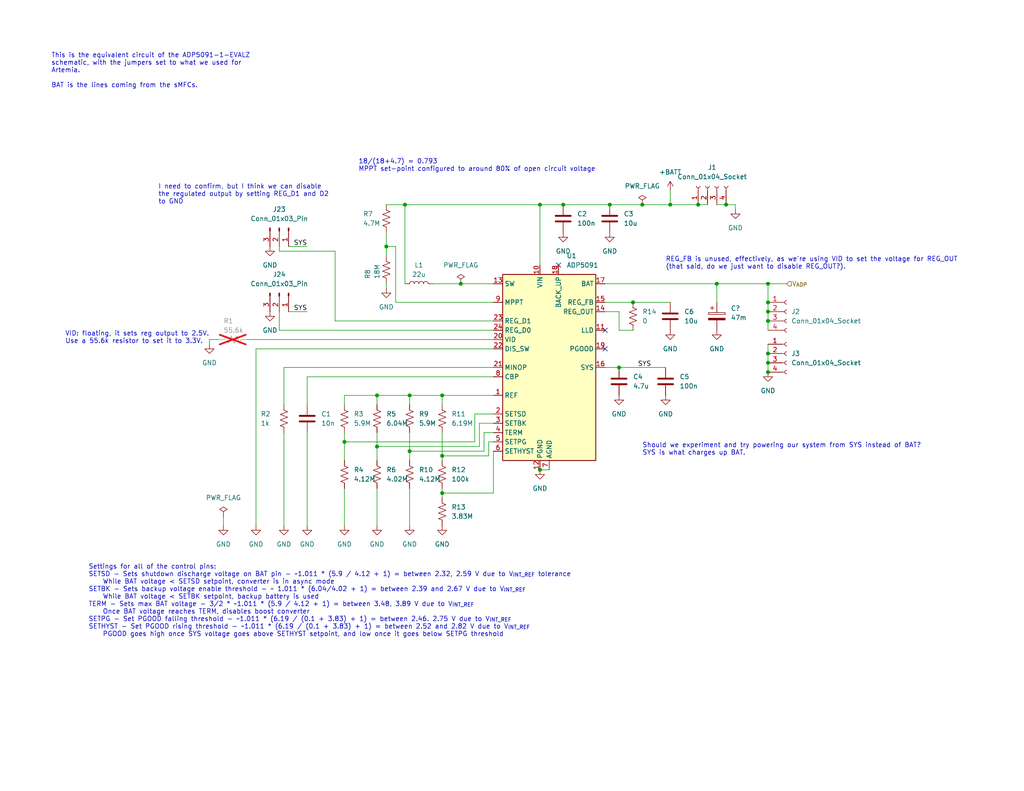
<source format=kicad_sch>
(kicad_sch (version 20230121) (generator eeschema)
  (paper "USLetter")
  (title_block (title "Artemia: Energy Harvester") (date "2023-09-13") (rev "${REV}") (company "UC San Diego") (comment 1 "Author: ${AUTHOR}"))
  (lib_symbols
    (symbol "Battery_Management:ADP5091"
      (property "Reference" "U" (at -10.16 26.67 0))
      (property "Value" "ADP5091" (at 7.62 26.67 0))
      (symbol "ADP5091_0_1"
        (rectangle (start 12.7 25.4) (end -12.7 -25.4) (stroke (width 0.254)) (fill (type background)))
      )
      (symbol "ADP5091_1_1"
        (pin passive line (at -15.24 -7.62 0) (length 2.54) (name "REF") (number "1"))
        (pin power_in line (at -2.54 27.94 270) (length 2.54) (name "VIN") (number "10"))
        (pin output line (at 15.24 10.16 180) (length 2.54) (name "LLD") (number "11"))
        (pin power_in line (at -2.54 -27.94 90) (length 2.54) (name "PGND") (number "12"))
        (pin power_in line (at -15.24 22.86 0) (length 2.54) (name "SW") (number "13"))
        (pin power_out line (at 15.24 15.24 180) (length 2.54) (name "REG_OUT") (number "14"))
        (pin power_out line (at 15.24 17.78 180) (length 2.54) (name "REG_FB") (number "15"))
        (pin power_out line (at 15.24 0 180) (length 2.54) (name "SYS") (number "16"))
        (pin power_out line (at 15.24 22.86 180) (length 2.54) (name "BAT") (number "17"))
        (pin power_in line (at 2.54 27.94 270) (length 2.54) (name "BACK_UP") (number "18"))
        (pin output line (at 15.24 5.08 180) (length 2.54) (name "PGOOD") (number "19"))
        (pin passive line (at -15.24 -12.7 0) (length 2.54) (name "SETSD") (number "2"))
        (pin input line (at -15.24 7.62 0) (length 2.54) (name "VID") (number "20"))
        (pin passive line (at -15.24 0 0) (length 2.54) (name "MINOP") (number "21"))
        (pin input line (at -15.24 5.08 0) (length 2.54) (name "DIS_SW") (number "22"))
        (pin input line (at -15.24 12.7 0) (length 2.54) (name "REG_D1") (number "23"))
        (pin input line (at -15.24 10.16 0) (length 2.54) (name "REG_D0") (number "24"))
        (pin passive line (at 0 -27.94 90) (length 2.54) hide (name "AGND") (number "25"))
        (pin passive line (at -15.24 -15.24 0) (length 2.54) (name "SETBK") (number "3"))
        (pin passive line (at -15.24 -17.78 0) (length 2.54) (name "TERM") (number "4"))
        (pin passive line (at -15.24 -20.32 0) (length 2.54) (name "SETPG") (number "5"))
        (pin passive line (at -15.24 -22.86 0) (length 2.54) (name "SETHYST") (number "6"))
        (pin power_in line (at 0 -27.94 90) (length 2.54) (name "AGND") (number "7"))
        (pin passive line (at -15.24 -2.54 0) (length 2.54) (name "CBP") (number "8"))
        (pin input line (at -15.24 17.78 0) (length 2.54) (name "MPPT") (number "9"))
      )
    )
    (symbol "Connector:Conn_01x03_Pin" (pin_names (offset 1.016) hide)
      (property "Reference" "J" (at 0 5.08 0))
      (property "Value" "Conn_01x03_Pin" (at 0 -5.08 0))
      (symbol "Conn_01x03_Pin_1_1"
        (polyline (pts (xy 1.27 -2.54) (xy 0.8636 -2.54)) (stroke (width 0.1524)))
        (polyline (pts (xy 1.27 0) (xy 0.8636 0)) (stroke (width 0.1524)))
        (polyline (pts (xy 1.27 2.54) (xy 0.8636 2.54)) (stroke (width 0.1524)))
        (rectangle (start 0.8636 -2.413) (end 0 -2.667) (stroke (width 0.1524)) (fill (type outline)))
        (rectangle (start 0.8636 0.127) (end 0 -0.127) (stroke (width 0.1524)) (fill (type outline)))
        (rectangle (start 0.8636 2.667) (end 0 2.413) (stroke (width 0.1524)) (fill (type outline)))
        (pin passive line (at 5.08 2.54 180) (length 3.81) (name "Pin_1") (number "1"))
        (pin passive line (at 5.08 0 180) (length 3.81) (name "Pin_2") (number "2"))
        (pin passive line (at 5.08 -2.54 180) (length 3.81) (name "Pin_3") (number "3"))
      )
    )
    (symbol "Connector:Conn_01x04_Socket" (pin_names (offset 1.016) hide)
      (property "Reference" "J" (at 0 5.08 0))
      (property "Value" "Conn_01x04_Socket" (at 0 -7.62 0))
      (symbol "Conn_01x04_Socket_1_1"
        (arc (start 0 -4.572) (mid -0.5058 -5.08) (end 0 -5.588) (stroke (width 0.1524)))
        (arc (start 0 -2.032) (mid -0.5058 -2.54) (end 0 -3.048) (stroke (width 0.1524)))
        (polyline (pts (xy -1.27 -5.08) (xy -0.508 -5.08)) (stroke (width 0.1524)))
        (polyline (pts (xy -1.27 -2.54) (xy -0.508 -2.54)) (stroke (width 0.1524)))
        (polyline (pts (xy -1.27 0) (xy -0.508 0)) (stroke (width 0.1524)))
        (polyline (pts (xy -1.27 2.54) (xy -0.508 2.54)) (stroke (width 0.1524)))
        (arc (start 0 0.508) (mid -0.5058 0) (end 0 -0.508) (stroke (width 0.1524)))
        (arc (start 0 3.048) (mid -0.5058 2.54) (end 0 2.032) (stroke (width 0.1524)))
        (pin passive line (at -5.08 2.54 0) (length 3.81) (name "Pin_1") (number "1"))
        (pin passive line (at -5.08 0 0) (length 3.81) (name "Pin_2") (number "2"))
        (pin passive line (at -5.08 -2.54 0) (length 3.81) (name "Pin_3") (number "3"))
        (pin passive line (at -5.08 -5.08 0) (length 3.81) (name "Pin_4") (number "4"))
      )
    )
    (symbol "Device:C" (pin_numbers hide) (pin_names (offset 0.254))
      (property "Reference" "C" (at 0.635 2.54 0))
      (property "Value" "C" (at 0.635 -2.54 0))
      (symbol "C_0_1"
        (polyline (pts (xy -2.032 -0.762) (xy 2.032 -0.762)) (stroke (width 0.508)))
        (polyline (pts (xy -2.032 0.762) (xy 2.032 0.762)) (stroke (width 0.508)))
      )
      (symbol "C_1_1"
        (pin passive line (at 0 3.81 270) (length 2.794) (name "~") (number "1"))
        (pin passive line (at 0 -3.81 90) (length 2.794) (name "~") (number "2"))
      )
    )
    (symbol "Device:C_Polarized" (pin_numbers hide) (pin_names (offset 0.254))
      (property "Reference" "C" (at 0.635 2.54 0))
      (property "Value" "C_Polarized" (at 0.635 -2.54 0))
      (symbol "C_Polarized_0_1"
        (rectangle (start -2.286 0.508) (end 2.286 1.016))
        (polyline (pts (xy -1.778 2.286) (xy -0.762 2.286)))
        (polyline (pts (xy -1.27 2.794) (xy -1.27 1.778)))
        (rectangle (start 2.286 -0.508) (end -2.286 -1.016) (fill (type outline)))
      )
      (symbol "C_Polarized_1_1"
        (pin passive line (at 0 3.81 270) (length 2.794) (name "~") (number "1"))
        (pin passive line (at 0 -3.81 90) (length 2.794) (name "~") (number "2"))
      )
    )
    (symbol "Device:L" (pin_numbers hide) (pin_names (offset 1.016) hide)
      (property "Reference" "L" (at -1.27 0 90))
      (property "Value" "L" (at 1.905 0 90))
      (symbol "L_0_1"
        (arc (start 0 -2.54) (mid 0.6323 -1.905) (end 0 -1.27))
        (arc (start 0 -1.27) (mid 0.6323 -0.635) (end 0 0))
        (arc (start 0 0) (mid 0.6323 0.635) (end 0 1.27))
        (arc (start 0 1.27) (mid 0.6323 1.905) (end 0 2.54))
      )
      (symbol "L_1_1"
        (pin passive line (at 0 3.81 270) (length 1.27) (name "1") (number "1"))
        (pin passive line (at 0 -3.81 90) (length 1.27) (name "2") (number "2"))
      )
    )
    (symbol "Device:R_US" (pin_numbers hide) (pin_names (offset 0))
      (property "Reference" "R" (at 2.54 0 90))
      (property "Value" "R_US" (at -2.54 0 90))
      (symbol "R_US_0_1"
        (polyline (pts (xy 0 -2.286) (xy 0 -2.54)))
        (polyline (pts (xy 0 2.286) (xy 0 2.54)))
        (polyline (pts (xy 0 -0.762) (xy 1.016 -1.143) (xy 0 -1.524) (xy -1.016 -1.905) (xy 0 -2.286)))
        (polyline (pts (xy 0 0.762) (xy 1.016 0.381) (xy 0 0) (xy -1.016 -0.381) (xy 0 -0.762)))
        (polyline (pts (xy 0 2.286) (xy 1.016 1.905) (xy 0 1.524) (xy -1.016 1.143) (xy 0 0.762)))
      )
      (symbol "R_US_1_1"
        (pin passive line (at 0 3.81 270) (length 1.27) (name "~") (number "1"))
        (pin passive line (at 0 -3.81 90) (length 1.27) (name "~") (number "2"))
      )
    )
    (symbol "power:+BATT" (power) (pin_names (offset 0))
      (property "Value" "+BATT" (at 0 3.556 0))
      (symbol "+BATT_0_1"
        (polyline (pts (xy -0.762 1.27) (xy 0 2.54)))
        (polyline (pts (xy 0 0) (xy 0 2.54)))
        (polyline (pts (xy 0 2.54) (xy 0.762 1.27)))
      )
      (symbol "+BATT_1_1"
        (pin power_in line (at 0 0 90) (length 0) hide (name "+BATT") (number "1"))
      )
    )
    (symbol "power:GND" (power) (pin_names (offset 0))
      (property "Value" "GND" (at 0 -3.81 0))
      (symbol "GND_0_1"
        (polyline (pts (xy 0 0) (xy 0 -1.27) (xy 1.27 -1.27) (xy 0 -2.54) (xy -1.27 -1.27) (xy 0 -1.27)))
      )
      (symbol "GND_1_1"
        (pin power_in line (at 0 0 270) (length 0) hide (name "GND") (number "1"))
      )
    )
    (symbol "power:PWR_FLAG" (power) (pin_numbers hide) (pin_names (offset 0) hide)
      (property "Value" "PWR_FLAG" (at 0 3.81 0))
      (symbol "PWR_FLAG_0_0"
        (pin power_out line (at 0 0 90) (length 0) (name "pwr") (number "1"))
      )
      (symbol "PWR_FLAG_0_1"
        (polyline (pts (xy 0 0) (xy 0 1.27) (xy -1.016 1.905) (xy 0 2.54) (xy 1.016 1.905) (xy 0 1.27)))
      )
    )
  )
  (junction (at 182.88 55.88))
  (junction (at 147.32 55.88))
  (junction (at 105.41 67.31))
  (junction (at 209.55 82.55))
  (junction (at 209.55 85.09))
  (junction (at 102.87 107.95))
  (junction (at 209.55 77.47))
  (junction (at 209.55 101.6))
  (junction (at 153.67 55.88))
  (junction (at 110.49 55.88))
  (junction (at 147.32 128.27))
  (junction (at 198.12 55.88))
  (junction (at 209.55 87.63))
  (junction (at 111.76 123.19))
  (junction (at 166.37 55.88))
  (junction (at 172.72 82.55))
  (junction (at 120.65 124.46))
  (junction (at 93.98 120.65))
  (junction (at 209.55 96.52))
  (junction (at 168.91 100.33))
  (junction (at 190.5 55.88))
  (junction (at 102.87 121.92))
  (junction (at 120.65 107.95))
  (junction (at 195.58 77.47))
  (junction (at 209.55 99.06))
  (junction (at 120.65 134.62))
  (junction (at 175.26 55.88))
  (junction (at 125.73 77.47))
  (junction (at 111.76 107.95))
  (no_connect (at 165.1 95.25))
  (no_connect (at 165.1 90.17))
  (no_connect (at 152.4 72.39))
  (wire (pts (xy 165.1 82.55) (xy 172.72 82.55)))
  (wire (pts (xy 168.91 100.33) (xy 181.61 100.33)))
  (wire (pts (xy 147.32 55.88) (xy 153.67 55.88)))
  (wire (pts (xy 105.41 67.31) (xy 107.95 67.31)))
  (wire (pts (xy 198.12 55.88) (xy 200.66 55.88)))
  (wire (pts (xy 168.91 85.09) (xy 165.1 85.09)))
  (wire (pts (xy 102.87 133.35) (xy 102.87 143.51)))
  (wire (pts (xy 105.41 67.31) (xy 105.41 69.85)))
  (wire (pts (xy 78.74 85.09) (xy 83.82 85.09)))
  (wire (pts (xy 83.82 102.87) (xy 134.62 102.87)))
  (wire (pts (xy 209.55 87.63) (xy 209.55 90.17)))
  (wire (pts (xy 134.62 115.57) (xy 130.81 115.57)))
  (wire (pts (xy 165.1 77.47) (xy 195.58 77.47)))
  (wire (pts (xy 110.49 55.88) (xy 110.49 77.47)))
  (wire (pts (xy 209.55 77.47) (xy 209.55 82.55)))
  (wire (pts (xy 93.98 120.65) (xy 93.98 125.73)))
  (wire (pts (xy 111.76 133.35) (xy 111.76 143.51)))
  (wire (pts (xy 175.26 55.88) (xy 182.88 55.88)))
  (wire (pts (xy 195.58 77.47) (xy 209.55 77.47)))
  (wire (pts (xy 168.91 90.17) (xy 172.72 90.17)))
  (wire (pts (xy 69.85 95.25) (xy 69.85 143.51)))
  (wire (pts (xy 91.44 68.58) (xy 91.44 87.63)))
  (wire (pts (xy 134.62 113.03) (xy 129.54 113.03)))
  (wire (pts (xy 60.96 140.97) (xy 60.96 143.51)))
  (wire (pts (xy 120.65 118.11) (xy 120.65 124.46)))
  (wire (pts (xy 125.73 77.47) (xy 134.62 77.47)))
  (wire (pts (xy 190.5 55.88) (xy 193.04 55.88)))
  (wire (pts (xy 83.82 67.31) (xy 78.74 67.31)))
  (wire (pts (xy 147.32 55.88) (xy 147.32 72.39)))
  (wire (pts (xy 134.62 123.19) (xy 134.62 134.62)))
  (wire (pts (xy 110.49 55.88) (xy 147.32 55.88)))
  (wire (pts (xy 149.86 128.27) (xy 147.32 128.27)))
  (wire (pts (xy 200.66 55.88) (xy 200.66 57.15)))
  (wire (pts (xy 134.62 120.65) (xy 133.35 120.65)))
  (wire (pts (xy 76.2 68.58) (xy 91.44 68.58)))
  (wire (pts (xy 102.87 118.11) (xy 102.87 121.92)))
  (wire (pts (xy 83.82 118.11) (xy 83.82 143.51)))
  (wire (pts (xy 83.82 102.87) (xy 83.82 110.49)))
  (wire (pts (xy 209.55 96.52) (xy 209.55 99.06)))
  (wire (pts (xy 67.31 92.71) (xy 134.62 92.71)))
  (wire (pts (xy 93.98 107.95) (xy 93.98 110.49)))
  (wire (pts (xy 76.2 67.31) (xy 76.2 68.58)))
  (wire (pts (xy 120.65 135.89) (xy 120.65 134.62)))
  (wire (pts (xy 102.87 107.95) (xy 93.98 107.95)))
  (wire (pts (xy 168.91 85.09) (xy 168.91 90.17)))
  (wire (pts (xy 102.87 107.95) (xy 102.87 110.49)))
  (wire (pts (xy 132.08 118.11) (xy 132.08 123.19)))
  (wire (pts (xy 57.15 92.71) (xy 57.15 93.98)))
  (wire (pts (xy 111.76 107.95) (xy 102.87 107.95)))
  (wire (pts (xy 120.65 107.95) (xy 111.76 107.95)))
  (wire (pts (xy 133.35 120.65) (xy 133.35 124.46)))
  (wire (pts (xy 209.55 82.55) (xy 209.55 85.09)))
  (wire (pts (xy 120.65 124.46) (xy 133.35 124.46)))
  (wire (pts (xy 182.88 55.88) (xy 190.5 55.88)))
  (wire (pts (xy 195.58 82.55) (xy 195.58 77.47)))
  (wire (pts (xy 209.55 93.98) (xy 209.55 96.52)))
  (wire (pts (xy 134.62 107.95) (xy 120.65 107.95)))
  (wire (pts (xy 93.98 120.65) (xy 129.54 120.65)))
  (wire (pts (xy 76.2 90.17) (xy 76.2 85.09)))
  (wire (pts (xy 107.95 67.31) (xy 107.95 82.55)))
  (wire (pts (xy 153.67 55.88) (xy 166.37 55.88)))
  (wire (pts (xy 182.88 52.07) (xy 182.88 55.88)))
  (wire (pts (xy 209.55 99.06) (xy 209.55 101.6)))
  (wire (pts (xy 195.58 55.88) (xy 198.12 55.88)))
  (wire (pts (xy 93.98 133.35) (xy 93.98 143.51)))
  (wire (pts (xy 134.62 118.11) (xy 132.08 118.11)))
  (wire (pts (xy 111.76 123.19) (xy 111.76 125.73)))
  (wire (pts (xy 59.69 92.71) (xy 57.15 92.71)))
  (wire (pts (xy 107.95 82.55) (xy 134.62 82.55)))
  (wire (pts (xy 111.76 118.11) (xy 111.76 123.19)))
  (wire (pts (xy 120.65 107.95) (xy 120.65 110.49)))
  (wire (pts (xy 111.76 107.95) (xy 111.76 110.49)))
  (wire (pts (xy 102.87 121.92) (xy 130.81 121.92)))
  (wire (pts (xy 93.98 118.11) (xy 93.98 120.65)))
  (wire (pts (xy 209.55 85.09) (xy 209.55 87.63)))
  (wire (pts (xy 118.11 77.47) (xy 125.73 77.47)))
  (wire (pts (xy 105.41 77.47) (xy 105.41 78.74)))
  (wire (pts (xy 105.41 55.88) (xy 110.49 55.88)))
  (wire (pts (xy 120.65 134.62) (xy 134.62 134.62)))
  (wire (pts (xy 77.47 118.11) (xy 77.47 143.51)))
  (wire (pts (xy 129.54 113.03) (xy 129.54 120.65)))
  (wire (pts (xy 166.37 55.88) (xy 175.26 55.88)))
  (wire (pts (xy 69.85 95.25) (xy 134.62 95.25)))
  (wire (pts (xy 172.72 82.55) (xy 182.88 82.55)))
  (wire (pts (xy 77.47 100.33) (xy 77.47 110.49)))
  (wire (pts (xy 120.65 124.46) (xy 120.65 125.73)))
  (wire (pts (xy 91.44 87.63) (xy 134.62 87.63)))
  (wire (pts (xy 102.87 121.92) (xy 102.87 125.73)))
  (wire (pts (xy 77.47 100.33) (xy 134.62 100.33)))
  (wire (pts (xy 132.08 123.19) (xy 111.76 123.19)))
  (wire (pts (xy 76.2 90.17) (xy 134.62 90.17)))
  (wire (pts (xy 105.41 63.5) (xy 105.41 67.31)))
  (wire (pts (xy 130.81 115.57) (xy 130.81 121.92)))
  (wire (pts (xy 209.55 77.47) (xy 214.63 77.47)))
  (wire (pts (xy 165.1 100.33) (xy 168.91 100.33)))
  (wire (pts (xy 120.65 133.35) (xy 120.65 134.62)))
  (text "18/(18+4.7) = 0.793\nMPPT set-point configured to around 80% of open circuit voltage" (at 97.79 46.99 0) (effects (font (size 1.27 1.27)) (justify left bottom)))
  (text "REG_FB is unused, effectively, as we're using VID to set the voltage for REG_OUT\n(that said, do we just want to disable REG_OUT?)." (at 181.61 73.66 0) (effects (font (size 1.27 1.27)) (justify left bottom)))
  (text "Should we experiment and try powering our system from SYS instead of BAT?\nSYS is what charges up BAT." (at 175.26 124.46 0) (effects (font (size 1.27 1.27)) (justify left bottom)))
  (text "Settings for all of the control pins:\nSETSD - Sets shutdown discharge voltage on BAT pin - ~1.011 * (5.9 / 4.12 + 1) = between 2.32, 2.59 V due to V_{INT_REF} tolerance\n    While BAT voltage < SETSD setpoint, converter is in async mode\nSETBK - Sets backup voltage enable threshold - ~ 1.011 * (6.04/4.02 + 1) = between 2.39 and 2.67 V due to V_{INT_REF}\n    While BAT voltage < SETBK setpoint, backup battery is used\nTERM - Sets max BAT voltage - 3/2 * ~1.011 * (5.9 / 4.12 + 1) = between 3.48, 3.89 V due to V_{INT_REF}\n    Once BAT voltage reaches TERM, disables boost converter\nSETPG - Set PGOOD falling threshold - ~1.011 * (6.19 / (0.1 + 3.83) + 1) = between 2.46. 2.75 V due to V_{INT_REF}\nSETHYST - Set PGOOD rising threshold - ~1.011 * (6.19 / (0.1 + 3.83) + 1) = between 2.52 and 2.82 V due to V_{INT_REF}\n    PGOOD goes high once SYS voltage goes above SETHYST setpoint, and low once it goes below SETPG threshold" (at 24.13 173.99 0) (effects (font (size 1.27 1.27)) (justify left bottom)))
  (text "VID: floating, it sets reg output to 2.5V.\nUse a 55.6k resistor to set it to 3.3V." (at 17.78 93.98 0) (effects (font (size 1.27 1.27)) (justify left bottom)))
  (text "This is the equivalent circuit of the ADP5091-1-EVALZ\nschematic, with the jumpers set to what we used for\nArtemia.\n\nBAT is the lines coming from the sMFCs." (at 13.97 24.13 0) (effects (font (size 1.27 1.27)) (justify left bottom)))
  (text "I need to confirm, but I think we can disable\nthe regulated output by setting REG_D1 and D2\nto GND" (at 43.18 55.88 0) (effects (font (size 1.27 1.27)) (justify left bottom)))
  (label "SYS" (at 83.82 67.31 180))
  (label "SYS" (at 83.82 85.09 180))
  (label "SYS" (at 173.99 100.33 0))
  (hierarchical_label "V_{ADP}" (shape input) (at 214.63 77.47 0))
  (symbol (lib_id "Device:C") (at 153.67 59.69 180) (unit 1)
    (property "Reference" "C2" (at 157.48 58.42 0) (effects (justify right)))
    (property "Value" "100n" (at 157.48 60.96 0) (effects (justify right)))
    (property "Footprint" "Capacitor_SMD:C_0603_1608Metric_Pad1.08x0.95mm_HandSolder" (effects hide))
  )
  (symbol (lib_id "power:GND") (at 73.66 67.31 0) (unit 1)
    (property "Reference" "#PWR03" (effects hide))
    (property "Value" "GND" (at 73.66 72.39 0))
  )
  (symbol (lib_id "Device:R_US") (at 102.87 129.54 0) (unit 1)
    (property "Reference" "R6" (at 105.41 128.27 0) (effects (justify left)))
    (property "Value" "4.02M" (at 105.41 130.81 0) (effects (justify left)))
    (property "Footprint" "Resistor_SMD:R_0603_1608Metric_Pad0.98x0.95mm_HandSolder" (effects hide))
  )
  (symbol (lib_id "Device:C") (at 83.82 114.3 180) (unit 1)
    (property "Reference" "C1" (at 87.63 113.03 0) (effects (justify right)))
    (property "Value" "10n" (at 87.63 115.57 0) (effects (justify right)))
    (property "Footprint" "Capacitor_SMD:C_0603_1608Metric_Pad1.08x0.95mm_HandSolder" (effects hide))
  )
  (symbol (lib_id "Device:R_US") (at 120.65 139.7 0) (unit 1)
    (property "Reference" "R13" (at 123.19 138.43 0) (effects (justify left)))
    (property "Value" "3.83M" (at 123.19 140.97 0) (effects (justify left)))
    (property "Footprint" "Resistor_SMD:R_0603_1608Metric_Pad0.98x0.95mm_HandSolder" (effects hide))
  )
  (symbol (lib_id "Device:R_US") (at 111.76 129.54 0) (unit 1)
    (property "Reference" "R10" (at 114.3 128.27 0) (effects (justify left)))
    (property "Value" "4.12M" (at 114.3 130.81 0) (effects (justify left)))
    (property "Footprint" "Resistor_SMD:R_0603_1608Metric_Pad0.98x0.95mm_HandSolder" (effects hide))
  )
  (symbol (lib_id "Device:R_US") (at 105.41 59.69 180) (unit 1)
    (property "Reference" "R7" (at 99.06 58.42 0) (effects (justify right)))
    (property "Value" "4.7M" (at 99.06 60.96 0) (effects (justify right)))
    (property "Footprint" "Resistor_SMD:R_0603_1608Metric_Pad0.98x0.95mm_HandSolder" (effects hide))
  )
  (symbol (lib_id "Device:R_US") (at 77.47 114.3 180) (unit 1)
    (property "Reference" "R2" (at 71.12 113.03 0) (effects (justify right)))
    (property "Value" "1k" (at 71.12 115.57 0) (effects (justify right)))
    (property "Footprint" "Resistor_SMD:R_0603_1608Metric_Pad0.98x0.95mm_HandSolder" (effects hide))
  )
  (symbol (lib_id "Device:R_US") (at 120.65 114.3 0) (unit 1)
    (property "Reference" "R11" (at 123.19 113.03 0) (effects (justify left)))
    (property "Value" "6.19M" (at 123.19 115.57 0) (effects (justify left)))
    (property "Footprint" "Resistor_SMD:R_0603_1608Metric_Pad0.98x0.95mm_HandSolder" (effects hide))
  )
  (symbol (lib_id "Device:R_US") (at 102.87 114.3 0) (unit 1)
    (property "Reference" "R5" (at 105.41 113.03 0) (effects (justify left)))
    (property "Value" "6.04M" (at 105.41 115.57 0) (effects (justify left)))
    (property "Footprint" "Resistor_SMD:R_0603_1608Metric_Pad0.98x0.95mm_HandSolder" (effects hide))
  )
  (symbol (lib_id "Connector:Conn_01x03_Pin") (at 76.2 80.01 270) (unit 1)
    (property "Reference" "J24" (at 76.2 74.93 90))
    (property "Value" "Conn_01x03_Pin" (at 76.2 77.47 90))
    (property "Footprint" "Connector_PinHeader_2.54mm:PinHeader_1x03_P2.54mm_Vertical" (effects hide))
  )
  (symbol (lib_id "Device:R_US") (at 120.65 129.54 0) (unit 1)
    (property "Reference" "R12" (at 123.19 128.27 0) (effects (justify left)))
    (property "Value" "100k" (at 123.19 130.81 0) (effects (justify left)))
    (property "Footprint" "Resistor_SMD:R_0603_1608Metric_Pad0.98x0.95mm_HandSolder" (effects hide))
  )
  (symbol (lib_id "Device:R_US") (at 172.72 86.36 0) (unit 1)
    (property "Reference" "R14" (at 175.26 85.09 0) (effects (justify left)))
    (property "Value" "0" (at 175.26 87.63 0) (effects (justify left)))
    (property "Footprint" "Resistor_SMD:R_0603_1608Metric_Pad0.98x0.95mm_HandSolder" (effects hide))
  )
  (symbol (lib_id "Device:R_US") (at 93.98 114.3 0) (unit 1)
    (property "Reference" "R3" (at 96.52 113.03 0) (effects (justify left)))
    (property "Value" "5.9M" (at 96.52 115.57 0) (effects (justify left)))
    (property "Footprint" "Resistor_SMD:R_0603_1608Metric_Pad0.98x0.95mm_HandSolder" (effects hide))
  )
  (symbol (lib_id "power:+BATT") (at 182.88 52.07 0) (unit 1)
    (property "Reference" "#PWR018" (effects hide))
    (property "Value" "+BATT" (at 182.88 46.99 0))
  )
  (symbol (lib_id "power:GND") (at 181.61 107.95 0) (unit 1)
    (property "Reference" "#PWR017" (effects hide))
    (property "Value" "GND" (at 181.61 113.03 0))
  )
  (symbol (lib_id "Connector:Conn_01x03_Pin") (at 76.2 62.23 270) (unit 1)
    (property "Reference" "J23" (at 76.2 57.15 90))
    (property "Value" "Conn_01x03_Pin" (at 76.2 59.69 90))
    (property "Footprint" "Connector_PinHeader_2.54mm:PinHeader_1x03_P2.54mm_Vertical" (effects hide))
  )
  (symbol (lib_id "Battery_Management:ADP5091") (at 149.86 100.33 0) (unit 1)
    (property "Reference" "U1" (at 154.5941 69.85 0) (effects (justify left)))
    (property "Value" "ADP5091" (at 154.5941 72.39 0) (effects (justify left)))
    (property "Footprint" "Package_CSP:LFCSP-24-1EP_4x4mm_P0.5mm_EP2.3x2.3mm" (effects hide))
    (property "Datasheet" "https://www.analog.com/media/en/technical-documentation/data-sheets/ADP5091-5092.pdf" (effects hide))
  )
  (symbol (lib_id "Device:L") (at 114.3 77.47 90) (unit 1)
    (property "Reference" "L1" (at 114.3 72.39 90))
    (property "Value" "22u" (at 114.3 74.93 90))
  )
  (symbol (lib_id "power:GND") (at 111.76 143.51 0) (unit 1)
    (property "Reference" "#PWR011" (effects hide))
    (property "Value" "GND" (at 111.76 148.59 0))
  )
  (symbol (lib_id "power:GND") (at 200.66 57.15 0) (unit 1)
    (property "Reference" "#PWR021" (effects hide))
    (property "Value" "GND" (at 200.66 62.23 0))
  )
  (symbol (lib_id "power:GND") (at 120.65 143.51 0) (unit 1)
    (property "Reference" "#PWR012" (effects hide))
    (property "Value" "GND" (at 120.65 148.59 0))
  )
  (symbol (lib_id "Device:R_US") (at 105.41 73.66 180) (unit 1)
    (property "Reference" "R8" (at 100.33 76.2 90) (effects (justify right)))
    (property "Value" "18M" (at 102.87 76.2 90) (effects (justify right)))
    (property "Footprint" "Resistor_SMD:R_0603_1608Metric_Pad0.98x0.95mm_HandSolder" (effects hide))
  )
  (symbol (lib_id "power:GND") (at 69.85 143.51 0) (unit 1)
    (property "Reference" "#PWR04" (effects hide))
    (property "Value" "GND" (at 69.85 148.59 0))
  )
  (symbol (lib_id "Device:R_US") (at 93.98 129.54 0) (unit 1)
    (property "Reference" "R4" (at 96.52 128.27 0) (effects (justify left)))
    (property "Value" "4.12M" (at 96.52 130.81 0) (effects (justify left)))
    (property "Footprint" "Resistor_SMD:R_0603_1608Metric_Pad0.98x0.95mm_HandSolder" (effects hide))
  )
  (symbol (lib_id "Device:C") (at 168.91 104.14 180) (unit 1)
    (property "Reference" "C4" (at 172.72 102.87 0) (effects (justify right)))
    (property "Value" "4.7u" (at 172.72 105.41 0) (effects (justify right)))
    (property "Footprint" "Capacitor_SMD:C_0603_1608Metric_Pad1.08x0.95mm_HandSolder" (effects hide))
  )
  (symbol (lib_id "power:PWR_FLAG") (at 125.73 77.47 0) (unit 1)
    (property "Reference" "#FLG02" (effects hide))
    (property "Value" "PWR_FLAG" (at 125.73 72.39 0))
  )
  (symbol (lib_id "power:GND") (at 209.55 101.6 0) (unit 1)
    (property "Reference" "#PWR022" (effects hide))
    (property "Value" "GND" (at 209.55 106.68 0))
  )
  (symbol (lib_id "power:GND") (at 153.67 63.5 0) (unit 1)
    (property "Reference" "#PWR014" (effects hide))
    (property "Value" "GND" (at 153.67 68.58 0))
  )
  (symbol (lib_id "power:GND") (at 93.98 143.51 0) (unit 1)
    (property "Reference" "#PWR08" (effects hide))
    (property "Value" "GND" (at 93.98 148.59 0))
  )
  (symbol (lib_id "Connector:Conn_01x04_Socket") (at 214.63 85.09 0) (unit 1)
    (property "Reference" "J2" (at 215.9 85.09 0) (effects (justify left)))
    (property "Value" "Conn_01x04_Socket" (at 215.9 87.63 0) (effects (justify left)))
    (property "Footprint" "Connector_PinHeader_2.54mm:PinHeader_1x04_P2.54mm_Vertical" (effects hide))
  )
  (symbol (lib_id "power:GND") (at 182.88 90.17 0) (unit 1)
    (property "Reference" "#PWR019" (effects hide))
    (property "Value" "GND" (at 182.88 95.25 0))
  )
  (symbol (lib_id "power:GND") (at 102.87 143.51 0) (unit 1)
    (property "Reference" "#PWR09" (effects hide))
    (property "Value" "GND" (at 102.87 148.59 0))
  )
  (symbol (lib_id "Connector:Conn_01x04_Socket") (at 193.04 50.8 90) (unit 1)
    (property "Reference" "J1" (at 194.31 45.72 90))
    (property "Value" "Conn_01x04_Socket" (at 194.31 48.26 90))
    (property "Footprint" "Connector_PinHeader_2.54mm:PinHeader_1x04_P2.54mm_Vertical" (effects hide))
  )
  (symbol (lib_id "Device:R_US") (at 111.76 114.3 0) (unit 1)
    (property "Reference" "R9" (at 114.3 113.03 0) (effects (justify left)))
    (property "Value" "5.9M" (at 114.3 115.57 0) (effects (justify left)))
    (property "Footprint" "Resistor_SMD:R_0603_1608Metric_Pad0.98x0.95mm_HandSolder" (effects hide))
  )
  (symbol (lib_id "power:GND") (at 166.37 63.5 0) (unit 1)
    (property "Reference" "#PWR015" (effects hide))
    (property "Value" "GND" (at 166.37 68.58 0))
  )
  (symbol (lib_id "power:GND") (at 83.82 143.51 0) (unit 1)
    (property "Reference" "#PWR07" (effects hide))
    (property "Value" "GND" (at 83.82 148.59 0))
  )
  (symbol (lib_id "Device:C") (at 181.61 104.14 180) (unit 1)
    (property "Reference" "C5" (at 185.42 102.87 0) (effects (justify right)))
    (property "Value" "100n" (at 185.42 105.41 0) (effects (justify right)))
    (property "Footprint" "Capacitor_SMD:C_0603_1608Metric_Pad1.08x0.95mm_HandSolder" (effects hide))
  )
  (symbol (lib_id "Device:R_US") (at 63.5 92.71 90) (unit 1) (dnp yes)
    (property "Reference" "R1" (at 60.96 87.63 90) (effects (justify right)))
    (property "Value" "55.6k" (at 60.96 90.17 90) (effects (justify right)))
    (property "Footprint" "Resistor_SMD:R_0603_1608Metric_Pad0.98x0.95mm_HandSolder" (effects hide))
  )
  (symbol (lib_id "power:GND") (at 60.96 143.51 0) (unit 1)
    (property "Reference" "#PWR02" (effects hide))
    (property "Value" "GND" (at 60.96 148.59 0))
  )
  (symbol (lib_id "power:GND") (at 73.66 85.09 0) (unit 1)
    (property "Reference" "#PWR05" (effects hide))
    (property "Value" "GND" (at 73.66 90.17 0))
  )
  (symbol (lib_id "power:PWR_FLAG") (at 175.26 55.88 0) (unit 1)
    (property "Reference" "#FLG03" (effects hide))
    (property "Value" "PWR_FLAG" (at 175.26 50.8 0))
  )
  (symbol (lib_id "power:GND") (at 105.41 78.74 0) (unit 1)
    (property "Reference" "#PWR010" (effects hide))
    (property "Value" "GND" (at 105.41 83.82 0))
  )
  (symbol (lib_id "power:GND") (at 195.58 90.17 0) (unit 1)
    (property "Reference" "#PWR020" (effects hide))
    (property "Value" "GND" (at 195.58 95.25 0))
  )
  (symbol (lib_id "Connector:Conn_01x04_Socket") (at 214.63 96.52 0) (unit 1)
    (property "Reference" "J3" (at 215.9 96.52 0) (effects (justify left)))
    (property "Value" "Conn_01x04_Socket" (at 215.9 99.06 0) (effects (justify left)))
    (property "Footprint" "Connector_PinHeader_2.54mm:PinHeader_1x04_P2.54mm_Vertical" (effects hide))
  )
  (symbol (lib_id "power:GND") (at 57.15 93.98 0) (unit 1)
    (property "Reference" "#PWR01" (effects hide))
    (property "Value" "GND" (at 57.15 99.06 0))
  )
  (symbol (lib_id "Device:C") (at 182.88 86.36 180) (unit 1)
    (property "Reference" "C6" (at 186.69 85.09 0) (effects (justify right)))
    (property "Value" "10u" (at 186.69 87.63 0) (effects (justify right)))
    (property "Footprint" "Capacitor_SMD:C_0603_1608Metric_Pad1.08x0.95mm_HandSolder" (effects hide))
  )
  (symbol (lib_id "power:GND") (at 147.32 128.27 0) (unit 1)
    (property "Reference" "#PWR013" (effects hide))
    (property "Value" "GND" (at 147.32 133.35 0))
  )
  (symbol (lib_id "Device:C") (at 166.37 59.69 180) (unit 1)
    (property "Reference" "C3" (at 170.18 58.42 0) (effects (justify right)))
    (property "Value" "10u" (at 170.18 60.96 0) (effects (justify right)))
    (property "Footprint" "Capacitor_SMD:C_0603_1608Metric_Pad1.08x0.95mm_HandSolder" (effects hide))
  )
  (symbol (lib_id "power:GND") (at 168.91 107.95 0) (unit 1)
    (property "Reference" "#PWR016" (effects hide))
    (property "Value" "GND" (at 168.91 113.03 0))
  )
  (symbol (lib_id "power:PWR_FLAG") (at 60.96 140.97 0) (unit 1)
    (property "Reference" "#FLG01" (effects hide))
    (property "Value" "PWR_FLAG" (at 60.96 135.89 0))
  )
  (symbol (lib_id "power:GND") (at 77.47 143.51 0) (unit 1)
    (property "Reference" "#PWR06" (effects hide))
    (property "Value" "GND" (at 77.47 148.59 0))
  )
  (symbol (lib_id "Device:C_Polarized") (at 195.58 86.36 0) (unit 1)
    (property "Reference" "C?" (at 199.39 84.201 0) (effects (justify left)))
    (property "Value" "47m" (at 199.39 86.741 0) (effects (justify left)))
    (property "Footprint" "Capacitor_SMD:C_0603_1608Metric_Pad1.08x0.95mm_HandSolder" (effects hide))
    (instances (project "artemia" (path "" (reference "C?") (unit 1)) (path "" (reference "C7") (unit 1))))
  )
)
</source>
